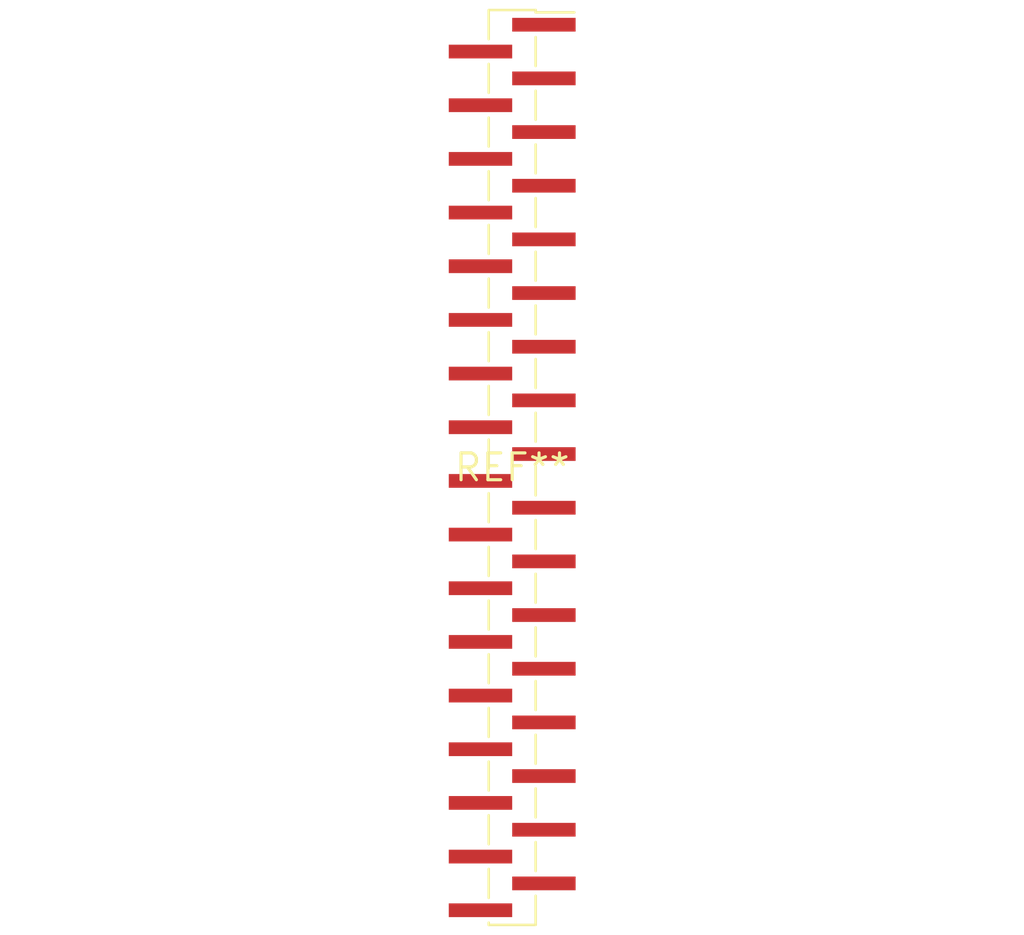
<source format=kicad_pcb>
(kicad_pcb (version 20240108) (generator pcbnew)
  (layers (0 "F.Cu" signal) (31 "B.Cu" signal) (34 "B.Paste" user) (35 "F.Paste" user) (36 "B.SilkS" user "B.Silkscreen") (37 "F.SilkS" user "F.Silkscreen") (38 "B.Mask" user) (39 "F.Mask" user) (44 "Edge.Cuts" user))
  (net 0 "")
  (footprint "PinHeader_1x34_P1.27mm_Vertical_SMD_Pin1Right" (layer "F.Cu") (at 0 0)
    (property "Reference" "REF**")
    (property "Value" "PinHeader_1x34_P1.27mm_Vertical_SMD_Pin1Right")
    (fp_line (start -1.11 -21.65) (end 1.11 -21.65) (layer "F.SilkS") (stroke (width 0.12)))
    (fp_line (start -1.11 -21.64) (end -1.11 -20.27) (layer "F.SilkS") (stroke (width 0.12)))
    (fp_line (start -1.11 -19.1) (end -1.11 -17.73) (layer "F.SilkS") (stroke (width 0.12)))
    (fp_line (start -1.11 -16.56) (end -1.11 -15.19) (layer "F.SilkS") (stroke (width 0.12)))
    (fp_line (start -1.11 -14.02) (end -1.11 -12.65) (layer "F.SilkS") (stroke (width 0.12)))
    (fp_line (start -1.11 -11.48) (end -1.11 -10.11) (layer "F.SilkS") (stroke (width 0.12)))
    (fp_line (start -1.11 -8.94) (end -1.11 -7.57) (layer "F.SilkS") (stroke (width 0.12)))
    (fp_line (start -1.11 -6.4) (end -1.11 -5.03) (layer "F.SilkS") (stroke (width 0.12)))
    (fp_line (start -1.11 -3.86) (end -1.11 -2.49) (layer "F.SilkS") (stroke (width 0.12)))
    (fp_line (start -1.11 -1.32) (end -1.11 0.05) (layer "F.SilkS") (stroke (width 0.12)))
    (fp_line (start -1.11 1.22) (end -1.11 2.59) (layer "F.SilkS") (stroke (width 0.12)))
    (fp_line (start -1.11 3.76) (end -1.11 5.13) (layer "F.SilkS") (stroke (width 0.12)))
    (fp_line (start -1.11 6.3) (end -1.11 7.67) (layer "F.SilkS") (stroke (width 0.12)))
    (fp_line (start -1.11 8.84) (end -1.11 10.21) (layer "F.SilkS") (stroke (width 0.12)))
    (fp_line (start -1.11 11.38) (end -1.11 12.75) (layer "F.SilkS") (stroke (width 0.12)))
    (fp_line (start -1.11 13.92) (end -1.11 15.29) (layer "F.SilkS") (stroke (width 0.12)))
    (fp_line (start -1.11 16.46) (end -1.11 17.83) (layer "F.SilkS") (stroke (width 0.12)))
    (fp_line (start -1.11 19) (end -1.11 20.37) (layer "F.SilkS") (stroke (width 0.12)))
    (fp_line (start -1.11 21.54) (end -1.11 21.65) (layer "F.SilkS") (stroke (width 0.12)))
    (fp_line (start -1.11 21.65) (end 1.11 21.65) (layer "F.SilkS") (stroke (width 0.12)))
    (fp_line (start 1.11 -21.65) (end 1.11 -21.54) (layer "F.SilkS") (stroke (width 0.12)))
    (fp_line (start 1.11 -21.54) (end 2.94 -21.54) (layer "F.SilkS") (stroke (width 0.12)))
    (fp_line (start 1.11 -20.37) (end 1.11 -19) (layer "F.SilkS") (stroke (width 0.12)))
    (fp_line (start 1.11 -17.83) (end 1.11 -16.46) (layer "F.SilkS") (stroke (width 0.12)))
    (fp_line (start 1.11 -15.29) (end 1.11 -13.92) (layer "F.SilkS") (stroke (width 0.12)))
    (fp_line (start 1.11 -12.75) (end 1.11 -11.38) (layer "F.SilkS") (stroke (width 0.12)))
    (fp_line (start 1.11 -10.21) (end 1.11 -8.84) (layer "F.SilkS") (stroke (width 0.12)))
    (fp_line (start 1.11 -7.67) (end 1.11 -6.3) (layer "F.SilkS") (stroke (width 0.12)))
    (fp_line (start 1.11 -5.13) (end 1.11 -3.76) (layer "F.SilkS") (stroke (width 0.12)))
    (fp_line (start 1.11 -2.59) (end 1.11 -1.22) (layer "F.SilkS") (stroke (width 0.12)))
    (fp_line (start 1.11 -0.05) (end 1.11 1.32) (layer "F.SilkS") (stroke (width 0.12)))
    (fp_line (start 1.11 2.49) (end 1.11 3.86) (layer "F.SilkS") (stroke (width 0.12)))
    (fp_line (start 1.11 5.03) (end 1.11 6.4) (layer "F.SilkS") (stroke (width 0.12)))
    (fp_line (start 1.11 7.57) (end 1.11 8.94) (layer "F.SilkS") (stroke (width 0.12)))
    (fp_line (start 1.11 10.11) (end 1.11 11.48) (layer "F.SilkS") (stroke (width 0.12)))
    (fp_line (start 1.11 12.65) (end 1.11 14.02) (layer "F.SilkS") (stroke (width 0.12)))
    (fp_line (start 1.11 15.19) (end 1.11 16.56) (layer "F.SilkS") (stroke (width 0.12)))
    (fp_line (start 1.11 17.73) (end 1.11 19.1) (layer "F.SilkS") (stroke (width 0.12)))
    (fp_line (start 1.11 20.27) (end 1.11 21.64) (layer "F.SilkS") (stroke (width 0.12)))
    (pad "1" smd rect (at 1.5 -20.955) (size 3 0.65) (layers "F.Cu" "F.Paste" "F.Mask"))
    (pad "2" smd rect (at -1.5 -19.685) (size 3 0.65) (layers "F.Cu" "F.Paste" "F.Mask"))
    (pad "3" smd rect (at 1.5 -18.415) (size 3 0.65) (layers "F.Cu" "F.Paste" "F.Mask"))
    (pad "4" smd rect (at -1.5 -17.145) (size 3 0.65) (layers "F.Cu" "F.Paste" "F.Mask"))
    (pad "5" smd rect (at 1.5 -15.875) (size 3 0.65) (layers "F.Cu" "F.Paste" "F.Mask"))
    (pad "6" smd rect (at -1.5 -14.605) (size 3 0.65) (layers "F.Cu" "F.Paste" "F.Mask"))
    (pad "7" smd rect (at 1.5 -13.335) (size 3 0.65) (layers "F.Cu" "F.Paste" "F.Mask"))
    (pad "8" smd rect (at -1.5 -12.065) (size 3 0.65) (layers "F.Cu" "F.Paste" "F.Mask"))
    (pad "9" smd rect (at 1.5 -10.795) (size 3 0.65) (layers "F.Cu" "F.Paste" "F.Mask"))
    (pad "10" smd rect (at -1.5 -9.525) (size 3 0.65) (layers "F.Cu" "F.Paste" "F.Mask"))
    (pad "11" smd rect (at 1.5 -8.255) (size 3 0.65) (layers "F.Cu" "F.Paste" "F.Mask"))
    (pad "12" smd rect (at -1.5 -6.985) (size 3 0.65) (layers "F.Cu" "F.Paste" "F.Mask"))
    (pad "13" smd rect (at 1.5 -5.715) (size 3 0.65) (layers "F.Cu" "F.Paste" "F.Mask"))
    (pad "14" smd rect (at -1.5 -4.445) (size 3 0.65) (layers "F.Cu" "F.Paste" "F.Mask"))
    (pad "15" smd rect (at 1.5 -3.175) (size 3 0.65) (layers "F.Cu" "F.Paste" "F.Mask"))
    (pad "16" smd rect (at -1.5 -1.905) (size 3 0.65) (layers "F.Cu" "F.Paste" "F.Mask"))
    (pad "17" smd rect (at 1.5 -0.635) (size 3 0.65) (layers "F.Cu" "F.Paste" "F.Mask"))
    (pad "18" smd rect (at -1.5 0.635) (size 3 0.65) (layers "F.Cu" "F.Paste" "F.Mask"))
    (pad "19" smd rect (at 1.5 1.905) (size 3 0.65) (layers "F.Cu" "F.Paste" "F.Mask"))
    (pad "20" smd rect (at -1.5 3.175) (size 3 0.65) (layers "F.Cu" "F.Paste" "F.Mask"))
    (pad "21" smd rect (at 1.5 4.445) (size 3 0.65) (layers "F.Cu" "F.Paste" "F.Mask"))
    (pad "22" smd rect (at -1.5 5.715) (size 3 0.65) (layers "F.Cu" "F.Paste" "F.Mask"))
    (pad "23" smd rect (at 1.5 6.985) (size 3 0.65) (layers "F.Cu" "F.Paste" "F.Mask"))
    (pad "24" smd rect (at -1.5 8.255) (size 3 0.65) (layers "F.Cu" "F.Paste" "F.Mask"))
    (pad "25" smd rect (at 1.5 9.525) (size 3 0.65) (layers "F.Cu" "F.Paste" "F.Mask"))
    (pad "26" smd rect (at -1.5 10.795) (size 3 0.65) (layers "F.Cu" "F.Paste" "F.Mask"))
    (pad "27" smd rect (at 1.5 12.065) (size 3 0.65) (layers "F.Cu" "F.Paste" "F.Mask"))
    (pad "28" smd rect (at -1.5 13.335) (size 3 0.65) (layers "F.Cu" "F.Paste" "F.Mask"))
    (pad "29" smd rect (at 1.5 14.605) (size 3 0.65) (layers "F.Cu" "F.Paste" "F.Mask"))
    (pad "30" smd rect (at -1.5 15.875) (size 3 0.65) (layers "F.Cu" "F.Paste" "F.Mask"))
    (pad "31" smd rect (at 1.5 17.145) (size 3 0.65) (layers "F.Cu" "F.Paste" "F.Mask"))
    (pad "32" smd rect (at -1.5 18.415) (size 3 0.65) (layers "F.Cu" "F.Paste" "F.Mask"))
    (pad "33" smd rect (at 1.5 19.685) (size 3 0.65) (layers "F.Cu" "F.Paste" "F.Mask"))
    (pad "34" smd rect (at -1.5 20.955) (size 3 0.65) (layers "F.Cu" "F.Paste" "F.Mask"))
  )
)
</source>
